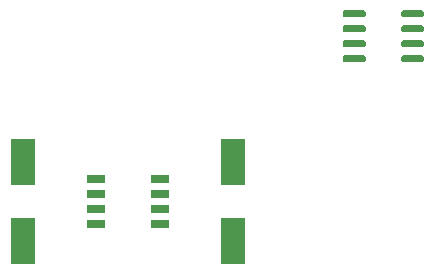
<source format=gbr>
%TF.GenerationSoftware,KiCad,Pcbnew,(5.1.12)-1*%
%TF.CreationDate,2022-01-28T10:52:39+13:00*%
%TF.ProjectId,switch_board,73776974-6368-45f6-926f-6172642e6b69,rev?*%
%TF.SameCoordinates,Original*%
%TF.FileFunction,Paste,Top*%
%TF.FilePolarity,Positive*%
%FSLAX46Y46*%
G04 Gerber Fmt 4.6, Leading zero omitted, Abs format (unit mm)*
G04 Created by KiCad (PCBNEW (5.1.12)-1) date 2022-01-28 10:52:39*
%MOMM*%
%LPD*%
G01*
G04 APERTURE LIST*
%ADD10R,2.150000X4.000000*%
%ADD11R,1.528000X0.650000*%
G04 APERTURE END LIST*
D10*
%TO.C,C7*%
X226060000Y-43990000D03*
X226060000Y-37290000D03*
%TD*%
%TO.C,C8*%
X243840000Y-37290000D03*
X243840000Y-43990000D03*
%TD*%
D11*
%TO.C,IC7*%
X232239000Y-38735000D03*
X232239000Y-40005000D03*
X232239000Y-41275000D03*
X232239000Y-42545000D03*
X237661000Y-42545000D03*
X237661000Y-41275000D03*
X237661000Y-40005000D03*
X237661000Y-38735000D03*
%TD*%
%TO.C,U3*%
G36*
G01*
X253090000Y-24915000D02*
X253090000Y-24615000D01*
G75*
G02*
X253240000Y-24465000I150000J0D01*
G01*
X254890000Y-24465000D01*
G75*
G02*
X255040000Y-24615000I0J-150000D01*
G01*
X255040000Y-24915000D01*
G75*
G02*
X254890000Y-25065000I-150000J0D01*
G01*
X253240000Y-25065000D01*
G75*
G02*
X253090000Y-24915000I0J150000D01*
G01*
G37*
G36*
G01*
X253090000Y-26185000D02*
X253090000Y-25885000D01*
G75*
G02*
X253240000Y-25735000I150000J0D01*
G01*
X254890000Y-25735000D01*
G75*
G02*
X255040000Y-25885000I0J-150000D01*
G01*
X255040000Y-26185000D01*
G75*
G02*
X254890000Y-26335000I-150000J0D01*
G01*
X253240000Y-26335000D01*
G75*
G02*
X253090000Y-26185000I0J150000D01*
G01*
G37*
G36*
G01*
X253090000Y-27455000D02*
X253090000Y-27155000D01*
G75*
G02*
X253240000Y-27005000I150000J0D01*
G01*
X254890000Y-27005000D01*
G75*
G02*
X255040000Y-27155000I0J-150000D01*
G01*
X255040000Y-27455000D01*
G75*
G02*
X254890000Y-27605000I-150000J0D01*
G01*
X253240000Y-27605000D01*
G75*
G02*
X253090000Y-27455000I0J150000D01*
G01*
G37*
G36*
G01*
X253090000Y-28725000D02*
X253090000Y-28425000D01*
G75*
G02*
X253240000Y-28275000I150000J0D01*
G01*
X254890000Y-28275000D01*
G75*
G02*
X255040000Y-28425000I0J-150000D01*
G01*
X255040000Y-28725000D01*
G75*
G02*
X254890000Y-28875000I-150000J0D01*
G01*
X253240000Y-28875000D01*
G75*
G02*
X253090000Y-28725000I0J150000D01*
G01*
G37*
G36*
G01*
X258040000Y-28725000D02*
X258040000Y-28425000D01*
G75*
G02*
X258190000Y-28275000I150000J0D01*
G01*
X259840000Y-28275000D01*
G75*
G02*
X259990000Y-28425000I0J-150000D01*
G01*
X259990000Y-28725000D01*
G75*
G02*
X259840000Y-28875000I-150000J0D01*
G01*
X258190000Y-28875000D01*
G75*
G02*
X258040000Y-28725000I0J150000D01*
G01*
G37*
G36*
G01*
X258040000Y-27455000D02*
X258040000Y-27155000D01*
G75*
G02*
X258190000Y-27005000I150000J0D01*
G01*
X259840000Y-27005000D01*
G75*
G02*
X259990000Y-27155000I0J-150000D01*
G01*
X259990000Y-27455000D01*
G75*
G02*
X259840000Y-27605000I-150000J0D01*
G01*
X258190000Y-27605000D01*
G75*
G02*
X258040000Y-27455000I0J150000D01*
G01*
G37*
G36*
G01*
X258040000Y-26185000D02*
X258040000Y-25885000D01*
G75*
G02*
X258190000Y-25735000I150000J0D01*
G01*
X259840000Y-25735000D01*
G75*
G02*
X259990000Y-25885000I0J-150000D01*
G01*
X259990000Y-26185000D01*
G75*
G02*
X259840000Y-26335000I-150000J0D01*
G01*
X258190000Y-26335000D01*
G75*
G02*
X258040000Y-26185000I0J150000D01*
G01*
G37*
G36*
G01*
X258040000Y-24915000D02*
X258040000Y-24615000D01*
G75*
G02*
X258190000Y-24465000I150000J0D01*
G01*
X259840000Y-24465000D01*
G75*
G02*
X259990000Y-24615000I0J-150000D01*
G01*
X259990000Y-24915000D01*
G75*
G02*
X259840000Y-25065000I-150000J0D01*
G01*
X258190000Y-25065000D01*
G75*
G02*
X258040000Y-24915000I0J150000D01*
G01*
G37*
%TD*%
M02*

</source>
